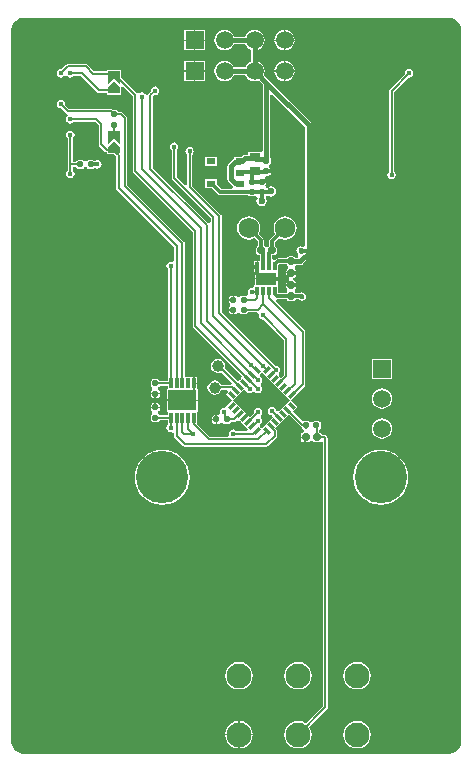
<source format=gtl>
G04*
G04 #@! TF.GenerationSoftware,Altium Limited,Altium Designer,20.0.9 (164)*
G04*
G04 Layer_Physical_Order=1*
G04 Layer_Color=255*
%FSLAX25Y25*%
%MOIN*%
G70*
G01*
G75*
%ADD11C,0.00787*%
G04:AMPARAMS|DCode=13|XSize=23.62mil|YSize=11.81mil|CornerRadius=0mil|HoleSize=0mil|Usage=FLASHONLY|Rotation=135.000|XOffset=0mil|YOffset=0mil|HoleType=Round|Shape=Rectangle|*
%AMROTATEDRECTD13*
4,1,4,0.01253,-0.00418,0.00418,-0.01253,-0.01253,0.00418,-0.00418,0.01253,0.01253,-0.00418,0.0*
%
%ADD13ROTATEDRECTD13*%

G04:AMPARAMS|DCode=14|XSize=23.62mil|YSize=11.81mil|CornerRadius=0mil|HoleSize=0mil|Usage=FLASHONLY|Rotation=45.000|XOffset=0mil|YOffset=0mil|HoleType=Round|Shape=Rectangle|*
%AMROTATEDRECTD14*
4,1,4,-0.00418,-0.01253,-0.01253,-0.00418,0.00418,0.01253,0.01253,0.00418,-0.00418,-0.01253,0.0*
%
%ADD14ROTATEDRECTD14*%

G04:AMPARAMS|DCode=15|XSize=25.2mil|YSize=23.62mil|CornerRadius=5.91mil|HoleSize=0mil|Usage=FLASHONLY|Rotation=0.000|XOffset=0mil|YOffset=0mil|HoleType=Round|Shape=RoundedRectangle|*
%AMROUNDEDRECTD15*
21,1,0.02520,0.01181,0,0,0.0*
21,1,0.01339,0.02362,0,0,0.0*
1,1,0.01181,0.00669,-0.00591*
1,1,0.01181,-0.00669,-0.00591*
1,1,0.01181,-0.00669,0.00591*
1,1,0.01181,0.00669,0.00591*
%
%ADD15ROUNDEDRECTD15*%
%ADD16R,0.03000X0.01500*%
G04:AMPARAMS|DCode=17|XSize=20.47mil|YSize=22.05mil|CornerRadius=5.12mil|HoleSize=0mil|Usage=FLASHONLY|Rotation=270.000|XOffset=0mil|YOffset=0mil|HoleType=Round|Shape=RoundedRectangle|*
%AMROUNDEDRECTD17*
21,1,0.02047,0.01181,0,0,270.0*
21,1,0.01024,0.02205,0,0,270.0*
1,1,0.01024,-0.00591,-0.00512*
1,1,0.01024,-0.00591,0.00512*
1,1,0.01024,0.00591,0.00512*
1,1,0.01024,0.00591,-0.00512*
%
%ADD17ROUNDEDRECTD17*%
%ADD18R,0.03150X0.02165*%
%ADD19R,0.03543X0.02835*%
G04:AMPARAMS|DCode=20|XSize=25.2mil|YSize=23.62mil|CornerRadius=5.91mil|HoleSize=0mil|Usage=FLASHONLY|Rotation=270.000|XOffset=0mil|YOffset=0mil|HoleType=Round|Shape=RoundedRectangle|*
%AMROUNDEDRECTD20*
21,1,0.02520,0.01181,0,0,270.0*
21,1,0.01339,0.02362,0,0,270.0*
1,1,0.01181,-0.00591,-0.00669*
1,1,0.01181,-0.00591,0.00669*
1,1,0.01181,0.00591,0.00669*
1,1,0.01181,0.00591,-0.00669*
%
%ADD20ROUNDEDRECTD20*%
%ADD21R,0.06693X0.03937*%
%ADD22R,0.01181X0.02756*%
G04:AMPARAMS|DCode=23|XSize=20.47mil|YSize=22.05mil|CornerRadius=5.12mil|HoleSize=0mil|Usage=FLASHONLY|Rotation=180.000|XOffset=0mil|YOffset=0mil|HoleType=Round|Shape=RoundedRectangle|*
%AMROUNDEDRECTD23*
21,1,0.02047,0.01181,0,0,180.0*
21,1,0.01024,0.02205,0,0,180.0*
1,1,0.01024,-0.00512,0.00591*
1,1,0.01024,0.00512,0.00591*
1,1,0.01024,0.00512,-0.00591*
1,1,0.01024,-0.00512,-0.00591*
%
%ADD23ROUNDEDRECTD23*%
%ADD24C,0.03937*%
%ADD25R,0.09449X0.06693*%
%ADD26R,0.01181X0.03347*%
%ADD49C,0.01181*%
%ADD50C,0.01575*%
%ADD51C,0.05906*%
%ADD52R,0.05906X0.05906*%
%ADD53R,0.05906X0.05906*%
%ADD54C,0.17421*%
%ADD55C,0.08268*%
%ADD56C,0.06890*%
%ADD57C,0.01772*%
%ADD58C,0.02362*%
%ADD59C,0.02756*%
G36*
X147799Y245886D02*
X148563Y245570D01*
X149250Y245111D01*
X149835Y244526D01*
X150294Y243839D01*
X150611Y243075D01*
X150772Y242264D01*
Y241850D01*
Y5000D01*
Y4587D01*
X150611Y3776D01*
X150294Y3012D01*
X149835Y2324D01*
X149250Y1740D01*
X148563Y1280D01*
X147799Y964D01*
X146988Y803D01*
X4587D01*
X3776Y964D01*
X3012Y1280D01*
X2324Y1740D01*
X1740Y2324D01*
X1280Y3012D01*
X964Y3776D01*
X803Y4587D01*
Y5000D01*
Y241850D01*
Y242264D01*
X964Y243075D01*
X1280Y243839D01*
X1740Y244526D01*
X2324Y245111D01*
X3012Y245570D01*
X3776Y245886D01*
X4587Y246048D01*
X146988D01*
X147799Y245886D01*
D02*
G37*
%LPC*%
G36*
X81890Y241964D02*
X81015Y241849D01*
X80199Y241511D01*
X79498Y240974D01*
X78961Y240273D01*
X78762Y239793D01*
X75017D01*
X74818Y240273D01*
X74281Y240974D01*
X73581Y241511D01*
X72765Y241849D01*
X71890Y241964D01*
X71014Y241849D01*
X70199Y241511D01*
X69498Y240974D01*
X68961Y240273D01*
X68623Y239458D01*
X68508Y238583D01*
X68623Y237707D01*
X68961Y236892D01*
X69498Y236192D01*
X70199Y235654D01*
X71014Y235316D01*
X71890Y235201D01*
X72765Y235316D01*
X73581Y235654D01*
X74281Y236192D01*
X74818Y236892D01*
X75017Y237372D01*
X78762D01*
X78961Y236892D01*
X79498Y236192D01*
X80199Y235654D01*
X80679Y235455D01*
Y231474D01*
X80199Y231275D01*
X79498Y230738D01*
X78961Y230037D01*
X78762Y229557D01*
X75017D01*
X74818Y230037D01*
X74281Y230738D01*
X73581Y231275D01*
X72765Y231613D01*
X71890Y231728D01*
X71014Y231613D01*
X70199Y231275D01*
X69498Y230738D01*
X68961Y230037D01*
X68623Y229222D01*
X68508Y228346D01*
X68623Y227471D01*
X68961Y226656D01*
X69498Y225955D01*
X70199Y225418D01*
X71014Y225080D01*
X71890Y224965D01*
X72765Y225080D01*
X73581Y225418D01*
X74281Y225955D01*
X74818Y226656D01*
X75017Y227136D01*
X78762D01*
X78961Y226656D01*
X79498Y225955D01*
X80199Y225418D01*
X81015Y225080D01*
X81890Y224965D01*
X82765Y225080D01*
X83245Y225279D01*
X84616Y223908D01*
Y201981D01*
X84061Y201424D01*
X79718D01*
Y200451D01*
X78670D01*
X78670Y200451D01*
X78207Y200359D01*
X77814Y200097D01*
X77814Y200097D01*
X77428Y199711D01*
X75191D01*
Y199105D01*
X74921Y199051D01*
X74528Y198789D01*
X74528Y198789D01*
X73160Y197421D01*
X72897Y197028D01*
X72805Y196565D01*
X72805Y196565D01*
Y192359D01*
X72805Y192359D01*
X72897Y191896D01*
X73160Y191503D01*
X74476Y190187D01*
X74476Y190187D01*
X74804Y189968D01*
X74842Y189686D01*
X74372Y189041D01*
X70950D01*
X69298Y190694D01*
Y192231D01*
X65348D01*
Y189265D01*
X67869D01*
X69817Y187317D01*
X70145Y187098D01*
X70531Y187022D01*
X79748D01*
X79854Y186862D01*
X80156Y186661D01*
X80512Y186590D01*
X81693D01*
X82049Y186661D01*
X82168Y186740D01*
X82231Y186741D01*
X82896Y186056D01*
X82893Y186031D01*
X82668Y185695D01*
X82538Y185039D01*
X82668Y184383D01*
X83040Y183827D01*
X83596Y183456D01*
X84252Y183325D01*
X84908Y183456D01*
X85464Y183827D01*
X85835Y184383D01*
X85966Y185039D01*
X85835Y185695D01*
X85611Y186031D01*
X85579Y186272D01*
X86096Y186866D01*
X86354Y186867D01*
X86746Y186605D01*
X87402Y186475D01*
X88058Y186605D01*
X88614Y186977D01*
X88985Y187533D01*
X89116Y188189D01*
X88985Y188845D01*
X88614Y189401D01*
X88058Y189772D01*
X87402Y189903D01*
X86746Y189772D01*
X86234Y189430D01*
X86056Y189375D01*
X85727Y189532D01*
X85558Y190124D01*
X85515Y190349D01*
X85701Y190628D01*
X85772Y190984D01*
Y191296D01*
X84252D01*
Y191696D01*
X85772D01*
Y192008D01*
X85701Y192364D01*
X85500Y192665D01*
X85757Y193440D01*
X86417D01*
X86773Y193511D01*
X87075Y193713D01*
X87276Y194014D01*
X87347Y194370D01*
Y194682D01*
X85827D01*
Y195082D01*
X87347D01*
Y195394D01*
X87276Y195749D01*
X87075Y196051D01*
X86865Y196191D01*
X86815Y196614D01*
X86865Y197037D01*
X87075Y197177D01*
X87276Y197479D01*
X87347Y197835D01*
Y198858D01*
X87276Y199214D01*
X87075Y199516D01*
X87037Y199540D01*
Y220458D01*
X87765Y220759D01*
X98789Y209735D01*
Y170013D01*
X98754Y169980D01*
X98002Y169664D01*
X97785Y169809D01*
X97244Y169917D01*
X96703Y169809D01*
X96245Y169503D01*
X95939Y169045D01*
X95831Y168504D01*
X95939Y167963D01*
X96245Y167505D01*
X96373Y167419D01*
X96540Y166502D01*
X96247Y166141D01*
X95469Y166161D01*
X95399Y166265D01*
X95072Y166484D01*
X94685Y166561D01*
X93504D01*
X93117Y166484D01*
X92790Y166265D01*
X92571Y165938D01*
X92562Y165892D01*
X89685D01*
X89298Y165815D01*
X88971Y165596D01*
X88608Y165234D01*
X87821Y165560D01*
Y166903D01*
X88386D01*
X88772Y166980D01*
X89100Y167199D01*
X89319Y167527D01*
X89396Y167913D01*
Y169095D01*
X89319Y169481D01*
X89100Y169809D01*
X88772Y170028D01*
X88727Y170037D01*
Y171157D01*
X90193Y172623D01*
X91122Y172238D01*
X92126Y172106D01*
X93130Y172238D01*
X94065Y172626D01*
X94868Y173242D01*
X95485Y174045D01*
X95872Y174980D01*
X96004Y175984D01*
X95872Y176988D01*
X95485Y177923D01*
X94868Y178726D01*
X94065Y179343D01*
X93130Y179730D01*
X92126Y179862D01*
X91122Y179730D01*
X90187Y179343D01*
X89384Y178726D01*
X88767Y177923D01*
X88380Y176988D01*
X88248Y175984D01*
X88380Y174980D01*
X88765Y174051D01*
X87002Y172289D01*
X86783Y171961D01*
X86707Y171575D01*
Y170037D01*
X86661Y170028D01*
X86333Y169809D01*
X86330Y169804D01*
X85526Y169724D01*
X84947Y170235D01*
Y171968D01*
X84870Y172355D01*
X84651Y172683D01*
X83282Y174051D01*
X83667Y174980D01*
X83799Y175984D01*
X83667Y176988D01*
X83280Y177923D01*
X82664Y178726D01*
X81860Y179343D01*
X80925Y179730D01*
X79921Y179862D01*
X78917Y179730D01*
X77982Y179343D01*
X77179Y178726D01*
X76563Y177923D01*
X76175Y176988D01*
X76043Y175984D01*
X76175Y174980D01*
X76563Y174045D01*
X77179Y173242D01*
X77982Y172626D01*
X78917Y172238D01*
X79921Y172106D01*
X80925Y172238D01*
X81854Y172623D01*
X82927Y171550D01*
Y170037D01*
X82881Y170028D01*
X82554Y169809D01*
X82335Y169481D01*
X82258Y169095D01*
Y167913D01*
X82335Y167527D01*
X82554Y167199D01*
X82881Y166980D01*
X83268Y166903D01*
X83833D01*
Y164967D01*
X83074D01*
Y163189D01*
X82874D01*
Y162989D01*
X81884D01*
Y161411D01*
X82080D01*
Y159255D01*
X89573D01*
Y161411D01*
X89770D01*
Y163091D01*
X89789Y163189D01*
Y163558D01*
X90103Y163872D01*
X92562D01*
X92571Y163826D01*
X92790Y163498D01*
X92893Y163430D01*
X92925Y163326D01*
Y162658D01*
X92893Y162555D01*
X92790Y162486D01*
X92571Y162158D01*
X92494Y161772D01*
Y161302D01*
X94095D01*
X95695D01*
Y161772D01*
X95618Y162158D01*
X95399Y162486D01*
X95514Y163253D01*
X95908Y163671D01*
X97165D01*
X97165Y163671D01*
X97629Y163763D01*
X98021Y164026D01*
X100856Y166860D01*
X101119Y167253D01*
X101211Y167717D01*
X101211Y167717D01*
Y168466D01*
Y210236D01*
X101119Y210700D01*
X100856Y211092D01*
X100856Y211092D01*
X86683Y225266D01*
X84957Y226991D01*
X85156Y227471D01*
X85271Y228346D01*
X85156Y229222D01*
X84818Y230037D01*
X84281Y230738D01*
X83581Y231275D01*
X83100Y231474D01*
Y235455D01*
X83581Y235654D01*
X84281Y236192D01*
X84818Y236892D01*
X85156Y237707D01*
X85271Y238583D01*
X85156Y239458D01*
X84818Y240273D01*
X84281Y240974D01*
X83581Y241511D01*
X82765Y241849D01*
X81890Y241964D01*
D02*
G37*
G36*
X92090Y241938D02*
Y238783D01*
X95245D01*
X95156Y239458D01*
X94818Y240273D01*
X94281Y240974D01*
X93581Y241511D01*
X92765Y241849D01*
X92090Y241938D01*
D02*
G37*
G36*
X91690D02*
X91014Y241849D01*
X90199Y241511D01*
X89499Y240974D01*
X88961Y240273D01*
X88623Y239458D01*
X88534Y238783D01*
X91690D01*
Y241938D01*
D02*
G37*
G36*
X65242Y241935D02*
X62090D01*
Y238783D01*
X65242D01*
Y241935D01*
D02*
G37*
G36*
X61690D02*
X58537D01*
Y238783D01*
X61690D01*
Y241935D01*
D02*
G37*
G36*
X65242Y238383D02*
X62090D01*
Y235230D01*
X65242D01*
Y238383D01*
D02*
G37*
G36*
X61690D02*
X58537D01*
Y235230D01*
X61690D01*
Y238383D01*
D02*
G37*
G36*
X95245D02*
X92090D01*
Y235227D01*
X92765Y235316D01*
X93581Y235654D01*
X94281Y236192D01*
X94818Y236892D01*
X95156Y237707D01*
X95245Y238383D01*
D02*
G37*
G36*
X91690D02*
X88534D01*
X88623Y237707D01*
X88961Y236892D01*
X89499Y236192D01*
X90199Y235654D01*
X91014Y235316D01*
X91690Y235227D01*
Y238383D01*
D02*
G37*
G36*
X25591Y230731D02*
X25591Y230731D01*
X19685D01*
X19685Y230731D01*
X19375Y230669D01*
X19113Y230493D01*
X19113Y230493D01*
X17547Y228927D01*
X17323Y228972D01*
X16782Y228865D01*
X16324Y228558D01*
X16017Y228100D01*
X15910Y227559D01*
X16017Y227018D01*
X16324Y226560D01*
X16782Y226254D01*
X17323Y226146D01*
X17864Y226254D01*
X18322Y226560D01*
X18460Y226767D01*
X18509Y226784D01*
X19286D01*
X19335Y226767D01*
X19473Y226560D01*
X19932Y226254D01*
X20472Y226146D01*
X21013Y226254D01*
X21472Y226560D01*
X21598Y226750D01*
X24074D01*
X29518Y221306D01*
X29518Y221306D01*
X29781Y221130D01*
X30091Y221069D01*
X32638D01*
Y220878D01*
X32765Y220572D01*
X33071Y220445D01*
X36896Y220445D01*
X37071Y220445D01*
X37071Y220445D01*
X37377Y220572D01*
X37504Y220878D01*
X37504Y220878D01*
X37504Y221053D01*
Y222837D01*
X37618Y222940D01*
X38201Y223253D01*
X41399Y220055D01*
Y194939D01*
X41399Y194938D01*
X41460Y194629D01*
X41636Y194366D01*
X61396Y174607D01*
Y143307D01*
X61396Y143307D01*
X61457Y142997D01*
X61633Y142735D01*
X77584Y126783D01*
X77537Y125717D01*
X77025Y125205D01*
X75961Y125156D01*
X71944Y129173D01*
X72125Y130085D01*
X71941Y131009D01*
X71418Y131793D01*
X70635Y132316D01*
X69710Y132500D01*
X68786Y132316D01*
X68003Y131793D01*
X67479Y131009D01*
X67295Y130085D01*
X67479Y129161D01*
X68003Y128377D01*
X68786Y127854D01*
X69710Y127670D01*
X70635Y127854D01*
X70838Y127990D01*
X74367Y124461D01*
X74010Y123704D01*
X70845D01*
X70331Y124472D01*
X69548Y124995D01*
X68624Y125179D01*
X67699Y124995D01*
X66916Y124472D01*
X66393Y123688D01*
X66209Y122764D01*
X66393Y121840D01*
X66916Y121057D01*
X67699Y120533D01*
X68624Y120349D01*
X69548Y120533D01*
X70331Y121057D01*
X70855Y121840D01*
X70903Y122085D01*
X72791D01*
X73118Y121298D01*
X72412Y120592D01*
X74499Y118504D01*
X72412Y116416D01*
X72412D01*
X71818Y115947D01*
X71653Y115980D01*
X71113Y115872D01*
X70654Y115566D01*
X70348Y115108D01*
X70241Y114567D01*
X70286Y114339D01*
X70286Y114339D01*
X69692Y113732D01*
X69667Y113721D01*
X69646Y113725D01*
X69334D01*
Y112205D01*
X69134D01*
D01*
X69334D01*
Y110685D01*
X69646D01*
X70001Y110755D01*
X70303Y110957D01*
X70443Y111167D01*
X70866Y111216D01*
X71289Y111167D01*
X71429Y110957D01*
X71731Y110755D01*
X72087Y110685D01*
X73110D01*
X73466Y110755D01*
X73768Y110957D01*
X73969Y111258D01*
X73996Y111396D01*
X75169D01*
X75169Y111396D01*
X75479Y111457D01*
X75741Y111633D01*
X75961Y111852D01*
X75967Y111856D01*
X77025Y111803D01*
X77146Y111681D01*
X78264Y112799D01*
X79382Y113917D01*
X77431Y115868D01*
X74796Y118504D01*
X78204Y121913D01*
X78454Y121909D01*
X79128Y121723D01*
X79316Y121442D01*
X79774Y121135D01*
X80315Y121028D01*
X80856Y121135D01*
X81314Y121442D01*
X82072D01*
X82530Y121135D01*
X83071Y121028D01*
X83612Y121135D01*
X84070Y121442D01*
X84376Y121900D01*
X84484Y122441D01*
X84376Y122982D01*
X84070Y123440D01*
Y124198D01*
X84376Y124656D01*
X84484Y125197D01*
X84376Y125738D01*
X84070Y126196D01*
X83789Y126384D01*
X83603Y127058D01*
X83599Y127307D01*
X84252Y127960D01*
X85496Y126716D01*
X88280Y123933D01*
X91064Y121149D01*
X93708Y118504D01*
X90109Y114905D01*
X89195Y114854D01*
X89075Y114950D01*
X88968Y115491D01*
X88661Y115949D01*
X88203Y116255D01*
X87662Y116363D01*
X87122Y116255D01*
X86663Y115949D01*
X86357Y115491D01*
X86249Y114950D01*
X86357Y114409D01*
X86663Y113951D01*
X87122Y113645D01*
X87634Y113543D01*
X87718Y113418D01*
X87910Y113010D01*
X87851Y112647D01*
X84252Y109048D01*
X83599Y109700D01*
X83603Y109950D01*
X83789Y110624D01*
X84070Y110812D01*
X84376Y111270D01*
X84484Y111811D01*
X84376Y112352D01*
X84070Y112810D01*
Y113568D01*
X84376Y114026D01*
X84484Y114567D01*
X84376Y115108D01*
X84070Y115566D01*
X83612Y115872D01*
X83071Y115980D01*
X82530Y115872D01*
X82072Y115566D01*
X81765Y115108D01*
X81658Y114567D01*
X81705Y114331D01*
X80336Y112963D01*
X79665Y113634D01*
X78547Y112516D01*
X77429Y111398D01*
X79811Y109017D01*
X79509Y108290D01*
X75929D01*
X75802Y108479D01*
X75344Y108786D01*
X74803Y108893D01*
X74262Y108786D01*
X73804Y108479D01*
X73498Y108021D01*
X73390Y107480D01*
X73464Y107108D01*
X73159Y106547D01*
X72964Y106321D01*
X67205D01*
X62802Y110724D01*
Y114758D01*
X62998D01*
Y118304D01*
X57874D01*
X52750D01*
Y114758D01*
X52947D01*
Y113644D01*
X50280D01*
X50268Y113702D01*
X50067Y114004D01*
X49857Y114144D01*
X49808Y114567D01*
X49857Y114990D01*
X50067Y115130D01*
X50268Y115432D01*
X50339Y115787D01*
Y116099D01*
X48819D01*
X47299D01*
Y115787D01*
X47369Y115432D01*
X47571Y115130D01*
X47781Y114990D01*
X47830Y114567D01*
X47781Y114144D01*
X47571Y114004D01*
X47369Y113702D01*
X47299Y113347D01*
Y112323D01*
X47369Y111967D01*
X47571Y111665D01*
X47873Y111464D01*
X48228Y111393D01*
X49409D01*
X49765Y111464D01*
X50067Y111665D01*
X50268Y111967D01*
X50280Y112025D01*
X52947D01*
Y110722D01*
X52946Y110722D01*
X52671Y110049D01*
X52632Y109990D01*
X52524Y109449D01*
X52632Y108908D01*
X52938Y108450D01*
X53396Y108143D01*
X53937Y108036D01*
X54309Y108110D01*
X54870Y107805D01*
X55096Y107610D01*
Y106693D01*
X55096Y106693D01*
X55158Y106383D01*
X55333Y106121D01*
X58089Y103365D01*
X58089Y103365D01*
X58352Y103189D01*
X58661Y103128D01*
X58662Y103128D01*
X85827D01*
X85827Y103128D01*
X86137Y103189D01*
X86399Y103365D01*
X89223Y106188D01*
X89398Y106451D01*
X89460Y106761D01*
Y108259D01*
X89398Y108569D01*
X89223Y108832D01*
X88865Y109189D01*
X90516Y110839D01*
X93428Y113751D01*
X97273Y109906D01*
X97273Y109906D01*
X97536Y109731D01*
X97614Y109715D01*
Y109646D01*
X97684Y109290D01*
X97886Y108988D01*
X98188Y108787D01*
X98543Y108716D01*
X98543Y108716D01*
X98551Y108687D01*
X98434Y108402D01*
X97953Y107845D01*
X97842Y107823D01*
X97514Y107604D01*
X97295Y107276D01*
X97218Y106890D01*
Y106499D01*
X98898D01*
Y106299D01*
X99098D01*
Y104699D01*
X99567D01*
X99953Y104776D01*
X100281Y104994D01*
X100350Y105098D01*
X100453Y105130D01*
X101121D01*
X101225Y105098D01*
X101294Y104994D01*
X101621Y104776D01*
X102008Y104699D01*
X103347D01*
X103733Y104776D01*
X103915Y104897D01*
X104443Y104729D01*
X104703Y104549D01*
Y16516D01*
X99003Y10817D01*
X98704Y11047D01*
X97601Y11504D01*
X96417Y11660D01*
X95234Y11504D01*
X94131Y11047D01*
X93184Y10320D01*
X92457Y9373D01*
X92000Y8270D01*
X91844Y7087D01*
X92000Y5903D01*
X92457Y4800D01*
X93184Y3853D01*
X94131Y3126D01*
X95234Y2669D01*
X96417Y2514D01*
X97601Y2669D01*
X98704Y3126D01*
X99651Y3853D01*
X100378Y4800D01*
X100835Y5903D01*
X100990Y7087D01*
X100835Y8270D01*
X100378Y9373D01*
X100148Y9673D01*
X106084Y15609D01*
X106084Y15609D01*
X106260Y15871D01*
X106321Y16181D01*
X106321Y16181D01*
Y105838D01*
X106321Y105838D01*
X106260Y106148D01*
X106084Y106410D01*
X106084Y106410D01*
X105623Y106871D01*
X105360Y107047D01*
X105051Y107108D01*
X104311Y107119D01*
X104279Y107276D01*
X104061Y107604D01*
X103733Y107823D01*
X103408Y107887D01*
Y108800D01*
X103689Y108988D01*
X103890Y109290D01*
X103961Y109646D01*
Y110827D01*
X103890Y111182D01*
X103689Y111484D01*
X103387Y111686D01*
X103032Y111756D01*
X102008D01*
X101652Y111686D01*
X101350Y111484D01*
X101210Y111275D01*
X100787Y111225D01*
X100364Y111275D01*
X100224Y111484D01*
X99923Y111686D01*
X99567Y111756D01*
X98543D01*
X98188Y111686D01*
X97945Y111523D01*
X94572Y114896D01*
X96092Y116416D01*
X94004Y118504D01*
X96092Y120592D01*
X95943Y120741D01*
X98604Y123401D01*
X98779Y123664D01*
X98841Y123974D01*
X98841Y123974D01*
Y141339D01*
X98779Y141648D01*
X98604Y141911D01*
X89007Y151508D01*
X89394Y152234D01*
X89471Y152218D01*
X90472D01*
X90472Y152218D01*
X92562D01*
X92571Y152173D01*
X92790Y151845D01*
X93117Y151626D01*
X93504Y151549D01*
X94685D01*
X95072Y151626D01*
X95399Y151845D01*
X95618Y152173D01*
X95619Y152179D01*
X96620D01*
X96639Y152150D01*
X97097Y151844D01*
X97638Y151737D01*
X98178Y151844D01*
X98637Y152150D01*
X98943Y152609D01*
X99051Y153150D01*
X98943Y153690D01*
X98637Y154149D01*
X98178Y154455D01*
X97638Y154563D01*
X97097Y154455D01*
X96714Y154199D01*
X95635D01*
X95618Y154284D01*
X95399Y154612D01*
X95296Y154681D01*
X95264Y154784D01*
Y155452D01*
X95296Y155556D01*
X95399Y155624D01*
X95618Y155952D01*
X95695Y156339D01*
Y156808D01*
X94095D01*
X92494D01*
Y156339D01*
X92571Y155952D01*
X92790Y155624D01*
X92794Y155621D01*
X92874Y154818D01*
X92364Y154238D01*
X90473D01*
X90472Y154238D01*
X89890D01*
X89789Y154339D01*
Y154921D01*
X89770Y155019D01*
Y156699D01*
X89573D01*
Y158855D01*
X82080D01*
Y157405D01*
X81884Y156699D01*
X81102Y156137D01*
X80562Y156030D01*
X80103Y155724D01*
X79797Y155265D01*
X79689Y154724D01*
X79797Y154184D01*
X79833Y154130D01*
X79839Y154059D01*
X79465Y153277D01*
X79431Y153273D01*
X79214Y153418D01*
X78858Y153489D01*
X77835D01*
X77479Y153418D01*
X77177Y153216D01*
X77037Y153007D01*
X76614Y152957D01*
X76191Y153007D01*
X76051Y153216D01*
X75749Y153418D01*
X75394Y153489D01*
X75082D01*
Y151969D01*
X74882D01*
Y151769D01*
X73440D01*
Y151378D01*
X73511Y151022D01*
X73577Y150923D01*
X73713Y150720D01*
Y150067D01*
X73577Y149864D01*
X73511Y149765D01*
X73440Y149409D01*
Y149019D01*
X74882D01*
Y148819D01*
X75082D01*
Y147299D01*
X75394D01*
X75749Y147370D01*
X76051Y147571D01*
X76191Y147781D01*
X76614Y147830D01*
X77037Y147781D01*
X77177Y147571D01*
X77479Y147370D01*
X77835Y147299D01*
X78858D01*
X79214Y147370D01*
X79516Y147571D01*
X79717Y147873D01*
X79744Y148010D01*
X82807D01*
X83113Y147655D01*
X83253Y147442D01*
X83313Y147255D01*
X83233Y146850D01*
X83340Y146310D01*
X83647Y145851D01*
X84105Y145545D01*
X84646Y145437D01*
X84870Y145482D01*
X91710Y138641D01*
Y127107D01*
X90644Y126040D01*
X89912Y126772D01*
X89976Y127741D01*
X90282Y128199D01*
X90389Y128740D01*
X90282Y129281D01*
X89976Y129739D01*
X89517Y130046D01*
X88976Y130153D01*
X88752Y130109D01*
X70949Y147912D01*
Y179885D01*
X70949Y179885D01*
X70888Y180195D01*
X70712Y180457D01*
X61045Y190124D01*
Y200449D01*
X61235Y200576D01*
X61542Y201034D01*
X61649Y201575D01*
X61542Y202116D01*
X61235Y202574D01*
X60777Y202880D01*
X60236Y202988D01*
X59696Y202880D01*
X59237Y202574D01*
X58931Y202116D01*
X58823Y201575D01*
X58931Y201034D01*
X59237Y200576D01*
X59427Y200449D01*
Y190469D01*
X58640Y190143D01*
X55927Y192855D01*
Y202024D01*
X56117Y202151D01*
X56423Y202609D01*
X56531Y203150D01*
X56423Y203690D01*
X56117Y204149D01*
X55659Y204455D01*
X55118Y204563D01*
X54577Y204455D01*
X54119Y204149D01*
X53813Y203690D01*
X53705Y203150D01*
X53813Y202609D01*
X54119Y202151D01*
X54309Y202024D01*
Y192520D01*
X54309Y192520D01*
X54370Y192210D01*
X54546Y191947D01*
X67226Y179267D01*
Y177927D01*
X66846Y177712D01*
X66439Y177638D01*
X47972Y196105D01*
Y219854D01*
X48554Y220436D01*
X48778Y220392D01*
X49319Y220499D01*
X49777Y220806D01*
X50083Y221264D01*
X50191Y221805D01*
X50083Y222345D01*
X49777Y222804D01*
X49319Y223110D01*
X48778Y223218D01*
X48237Y223110D01*
X47779Y222804D01*
X47473Y222345D01*
X47365Y221805D01*
X47410Y221581D01*
X46590Y220761D01*
X46454Y220558D01*
X46235Y220496D01*
X46034Y220475D01*
X45614Y220507D01*
X45411Y220809D01*
X44953Y221116D01*
X44412Y221223D01*
X43872Y221116D01*
X43651Y220969D01*
X43640Y220964D01*
X42997Y220963D01*
X42653Y221090D01*
X37504Y226239D01*
X37504Y228378D01*
X37504Y228378D01*
X37377Y228684D01*
X37071Y228811D01*
X37071Y228811D01*
X36896Y228811D01*
X33071Y228811D01*
X32765Y228684D01*
X32638Y228378D01*
Y228187D01*
X28469D01*
X26163Y230493D01*
X25900Y230669D01*
X25591Y230731D01*
D02*
G37*
G36*
X92090Y231702D02*
Y228547D01*
X95245D01*
X95156Y229222D01*
X94818Y230037D01*
X94281Y230738D01*
X93581Y231275D01*
X92765Y231613D01*
X92090Y231702D01*
D02*
G37*
G36*
X91690D02*
X91014Y231613D01*
X90199Y231275D01*
X89499Y230738D01*
X88961Y230037D01*
X88623Y229222D01*
X88534Y228547D01*
X91690D01*
Y231702D01*
D02*
G37*
G36*
X65242Y231699D02*
X62090D01*
Y228547D01*
X65242D01*
Y231699D01*
D02*
G37*
G36*
X61690D02*
X58537D01*
Y228547D01*
X61690D01*
Y231699D01*
D02*
G37*
G36*
X133465Y228972D02*
X132924Y228865D01*
X132465Y228558D01*
X132159Y228100D01*
X132052Y227559D01*
X132096Y227335D01*
X126987Y222226D01*
X126811Y221963D01*
X126750Y221654D01*
X126750Y221654D01*
Y194827D01*
X126560Y194700D01*
X126254Y194241D01*
X126146Y193701D01*
X126254Y193160D01*
X126560Y192702D01*
X127018Y192395D01*
X127559Y192288D01*
X128100Y192395D01*
X128558Y192702D01*
X128865Y193160D01*
X128972Y193701D01*
X128865Y194241D01*
X128558Y194700D01*
X128368Y194827D01*
Y221318D01*
X133241Y226191D01*
X133465Y226146D01*
X134005Y226254D01*
X134464Y226560D01*
X134770Y227018D01*
X134878Y227559D01*
X134770Y228100D01*
X134464Y228558D01*
X134005Y228865D01*
X133465Y228972D01*
D02*
G37*
G36*
X65242Y228147D02*
X62090D01*
Y224994D01*
X65242D01*
Y228147D01*
D02*
G37*
G36*
X61690D02*
X58537D01*
Y224994D01*
X61690D01*
Y228147D01*
D02*
G37*
G36*
X95245D02*
X92090D01*
Y224991D01*
X92765Y225080D01*
X93581Y225418D01*
X94281Y225955D01*
X94818Y226656D01*
X95156Y227471D01*
X95245Y228147D01*
D02*
G37*
G36*
X91690D02*
X88534D01*
X88623Y227471D01*
X88961Y226656D01*
X89499Y225955D01*
X90199Y225418D01*
X91014Y225080D01*
X91690Y224991D01*
Y228147D01*
D02*
G37*
G36*
X69298Y199711D02*
X65348D01*
Y196746D01*
X69298D01*
Y199711D01*
D02*
G37*
G36*
X20472Y208500D02*
X19932Y208392D01*
X19473Y208086D01*
X19167Y207627D01*
X19060Y207087D01*
X19167Y206546D01*
X19473Y206087D01*
X19672Y205955D01*
Y197244D01*
Y195254D01*
X19490Y195133D01*
X19184Y194675D01*
X19077Y194134D01*
X19184Y193593D01*
X19490Y193135D01*
X19949Y192828D01*
X20490Y192721D01*
X21030Y192828D01*
X21489Y193135D01*
X21795Y193593D01*
X21903Y194134D01*
X21795Y194675D01*
X21489Y195133D01*
X21290Y195265D01*
Y196435D01*
X22379D01*
X22406Y196298D01*
X22607Y195996D01*
X22909Y195795D01*
X23265Y195724D01*
X24288D01*
X24644Y195795D01*
X24946Y195996D01*
X25086Y196206D01*
X25509Y196255D01*
X25932Y196206D01*
X26072Y195996D01*
X26374Y195795D01*
X26729Y195724D01*
X27753D01*
X28109Y195795D01*
X28410Y195996D01*
X28788Y196071D01*
X28987Y195939D01*
X29528Y195831D01*
X30068Y195939D01*
X30527Y196245D01*
X30833Y196703D01*
X30940Y197244D01*
X30833Y197785D01*
X30527Y198243D01*
X30068Y198549D01*
X29528Y198657D01*
X28987Y198549D01*
X28788Y198417D01*
X28410Y198492D01*
X28109Y198694D01*
X27753Y198764D01*
X26729D01*
X26374Y198694D01*
X26072Y198492D01*
X25932Y198282D01*
X25509Y198233D01*
X25086Y198282D01*
X24946Y198492D01*
X24644Y198694D01*
X24288Y198764D01*
X23265D01*
X22909Y198694D01*
X22607Y198492D01*
X22406Y198190D01*
X22379Y198053D01*
X21290D01*
Y205966D01*
X21472Y206087D01*
X21778Y206546D01*
X21885Y207087D01*
X21778Y207627D01*
X21472Y208086D01*
X21013Y208392D01*
X20472Y208500D01*
D02*
G37*
G36*
X17323Y218736D02*
X16782Y218628D01*
X16324Y218322D01*
X16017Y217863D01*
X15910Y217323D01*
X16017Y216782D01*
X16324Y216324D01*
X16782Y216017D01*
X17323Y215910D01*
X17547Y215954D01*
X19179Y214322D01*
X19179Y214322D01*
X19442Y214146D01*
X19461Y214143D01*
X19652Y213323D01*
X19473Y213204D01*
X19167Y212745D01*
X19060Y212205D01*
X19167Y211664D01*
X19473Y211206D01*
X19932Y210899D01*
X20472Y210792D01*
X21013Y210899D01*
X21472Y211206D01*
X21598Y211396D01*
X28741D01*
X29899Y210237D01*
Y203937D01*
X29899Y203937D01*
X29961Y203627D01*
X30136Y203365D01*
X32093Y201408D01*
X32093Y201408D01*
X32356Y201233D01*
X32606Y201183D01*
X32606Y200980D01*
X32606Y200980D01*
X32733Y200674D01*
X33039Y200547D01*
X33039Y200547D01*
X33214Y200547D01*
X35215Y200547D01*
X35805Y199958D01*
Y189370D01*
X35805Y189370D01*
X35866Y189060D01*
X36042Y188798D01*
X55096Y169744D01*
Y165225D01*
X54870Y165030D01*
X54309Y164725D01*
X53937Y164799D01*
X53396Y164691D01*
X52938Y164385D01*
X52632Y163926D01*
X52524Y163386D01*
X52632Y162845D01*
X52938Y162387D01*
X53128Y162260D01*
Y126286D01*
X52947D01*
Y124983D01*
X50280Y124983D01*
X50268Y125041D01*
X50067Y125342D01*
X49765Y125544D01*
X49409Y125615D01*
X48228D01*
X47873Y125544D01*
X47571Y125342D01*
X47369Y125041D01*
X47299Y124685D01*
Y123661D01*
X47369Y123306D01*
X47571Y123004D01*
X47781Y122864D01*
X47830Y122441D01*
X47781Y122018D01*
X47571Y121878D01*
X47369Y121576D01*
X47299Y121221D01*
Y120909D01*
X48819D01*
X50339D01*
Y121221D01*
X50268Y121576D01*
X50067Y121878D01*
X49857Y122018D01*
X49808Y122441D01*
X49857Y122864D01*
X50067Y123004D01*
X50268Y123306D01*
X50280Y123364D01*
X52947Y123364D01*
Y122250D01*
X52750D01*
Y118704D01*
X57874D01*
X62998D01*
Y122250D01*
X62802D01*
Y124013D01*
X61811D01*
Y124213D01*
X61611D01*
Y126286D01*
X58864D01*
Y126286D01*
X58683D01*
Y170866D01*
X58683Y170866D01*
X58622Y171176D01*
X58446Y171438D01*
X39392Y190493D01*
Y212598D01*
X39330Y212908D01*
X39155Y213171D01*
X39155Y213171D01*
X37816Y214509D01*
X37554Y214685D01*
X37244Y214746D01*
X37244Y214746D01*
X36500D01*
X36489Y214805D01*
X36287Y215106D01*
X35986Y215308D01*
X35630Y215378D01*
X34600D01*
X34512Y215466D01*
X34249Y215642D01*
X33940Y215703D01*
X33940Y215703D01*
X20087D01*
X18691Y217099D01*
X18736Y217323D01*
X18628Y217863D01*
X18322Y218322D01*
X17864Y218628D01*
X17323Y218736D01*
D02*
G37*
G36*
X82674Y164967D02*
X81884D01*
Y163389D01*
X82674D01*
Y164967D01*
D02*
G37*
G36*
X95695Y160902D02*
X94095D01*
X92494D01*
Y160433D01*
X92571Y160047D01*
X92790Y159719D01*
X93117Y159500D01*
X93336Y159457D01*
Y158654D01*
X93117Y158610D01*
X92790Y158391D01*
X92571Y158064D01*
X92494Y157677D01*
Y157208D01*
X94095D01*
X95695D01*
Y157677D01*
X95618Y158064D01*
X95399Y158391D01*
X95072Y158610D01*
X94853Y158654D01*
Y159457D01*
X95072Y159500D01*
X95399Y159719D01*
X95618Y160047D01*
X95695Y160433D01*
Y160902D01*
D02*
G37*
G36*
X74682Y153489D02*
X74370D01*
X74014Y153418D01*
X73713Y153216D01*
X73511Y152915D01*
X73440Y152559D01*
Y152169D01*
X74682D01*
Y153489D01*
D02*
G37*
G36*
Y148619D02*
X73440D01*
Y148228D01*
X73511Y147873D01*
X73713Y147571D01*
X74014Y147370D01*
X74370Y147299D01*
X74682D01*
Y148619D01*
D02*
G37*
G36*
X127762Y132487D02*
X121057D01*
Y125781D01*
X127762D01*
Y132487D01*
D02*
G37*
G36*
X62802Y126286D02*
X62011D01*
Y124413D01*
X62802D01*
Y126286D01*
D02*
G37*
G36*
X50339Y120509D02*
X49019D01*
Y119267D01*
X49409D01*
X49765Y119338D01*
X50067Y119539D01*
X50268Y119841D01*
X50339Y120197D01*
Y120509D01*
D02*
G37*
G36*
X48619D02*
X47299D01*
Y120197D01*
X47369Y119841D01*
X47571Y119539D01*
X47873Y119338D01*
X48228Y119267D01*
X48619D01*
Y120509D01*
D02*
G37*
G36*
X49409Y117741D02*
X49019D01*
Y116499D01*
X50339D01*
Y116811D01*
X50268Y117167D01*
X50067Y117468D01*
X49765Y117670D01*
X49409Y117741D01*
D02*
G37*
G36*
X48619D02*
X48228D01*
X47873Y117670D01*
X47571Y117468D01*
X47369Y117167D01*
X47299Y116811D01*
Y116499D01*
X48619D01*
Y117741D01*
D02*
G37*
G36*
X124409Y122515D02*
X123534Y122400D01*
X122719Y122063D01*
X122018Y121525D01*
X121481Y120825D01*
X121143Y120009D01*
X121028Y119134D01*
X121143Y118259D01*
X121481Y117443D01*
X122018Y116743D01*
X122719Y116205D01*
X123534Y115867D01*
X124409Y115752D01*
X125285Y115867D01*
X126100Y116205D01*
X126801Y116743D01*
X127338Y117443D01*
X127676Y118259D01*
X127791Y119134D01*
X127676Y120009D01*
X127338Y120825D01*
X126801Y121525D01*
X126100Y122063D01*
X125285Y122400D01*
X124409Y122515D01*
D02*
G37*
G36*
X68934Y113725D02*
X68622D01*
X68266Y113654D01*
X67965Y113453D01*
X67763Y113151D01*
X67692Y112795D01*
Y112405D01*
X68934D01*
Y113725D01*
D02*
G37*
G36*
Y112005D02*
X67692D01*
Y111614D01*
X67763Y111258D01*
X67965Y110957D01*
X68266Y110755D01*
X68622Y110685D01*
X68934D01*
Y112005D01*
D02*
G37*
G36*
X124409Y112515D02*
X123534Y112400D01*
X122719Y112063D01*
X122018Y111525D01*
X121481Y110825D01*
X121143Y110009D01*
X121028Y109134D01*
X121143Y108259D01*
X121481Y107443D01*
X122018Y106743D01*
X122719Y106205D01*
X123534Y105867D01*
X124409Y105752D01*
X125285Y105867D01*
X126100Y106205D01*
X126801Y106743D01*
X127338Y107443D01*
X127676Y108259D01*
X127791Y109134D01*
X127676Y110009D01*
X127338Y110825D01*
X126801Y111525D01*
X126100Y112063D01*
X125285Y112400D01*
X124409Y112515D01*
D02*
G37*
G36*
X98698Y106099D02*
X97218D01*
Y105709D01*
X97295Y105322D01*
X97514Y104994D01*
X97842Y104776D01*
X98228Y104699D01*
X98698D01*
Y106099D01*
D02*
G37*
G36*
X123976Y102068D02*
X122190Y101892D01*
X120473Y101371D01*
X118890Y100525D01*
X117503Y99387D01*
X116365Y98000D01*
X115518Y96417D01*
X114998Y94699D01*
X114822Y92913D01*
X114998Y91127D01*
X115518Y89410D01*
X116365Y87827D01*
X117503Y86440D01*
X118890Y85302D01*
X120473Y84456D01*
X122190Y83935D01*
X123976Y83759D01*
X125762Y83935D01*
X127480Y84456D01*
X129062Y85302D01*
X130450Y86440D01*
X131588Y87827D01*
X132434Y89410D01*
X132955Y91127D01*
X133131Y92913D01*
X132955Y94699D01*
X132434Y96417D01*
X131588Y98000D01*
X130450Y99387D01*
X129062Y100525D01*
X127480Y101371D01*
X125762Y101892D01*
X123976Y102068D01*
D02*
G37*
G36*
X51142D02*
X49356Y101892D01*
X47638Y101371D01*
X46056Y100525D01*
X44668Y99387D01*
X43530Y98000D01*
X42684Y96417D01*
X42163Y94699D01*
X41987Y92913D01*
X42163Y91127D01*
X42684Y89410D01*
X43530Y87827D01*
X44668Y86440D01*
X46056Y85302D01*
X47638Y84456D01*
X49356Y83935D01*
X51142Y83759D01*
X52928Y83935D01*
X54645Y84456D01*
X56228Y85302D01*
X57615Y86440D01*
X58754Y87827D01*
X59600Y89410D01*
X60120Y91127D01*
X60296Y92913D01*
X60120Y94699D01*
X59600Y96417D01*
X58754Y98000D01*
X57615Y99387D01*
X56228Y100525D01*
X54645Y101371D01*
X52928Y101892D01*
X51142Y102068D01*
D02*
G37*
G36*
X116102Y31345D02*
X114919Y31189D01*
X113816Y30732D01*
X112869Y30005D01*
X112142Y29058D01*
X111685Y27955D01*
X111529Y26772D01*
X111685Y25588D01*
X112142Y24485D01*
X112869Y23538D01*
X113816Y22811D01*
X114919Y22354D01*
X116102Y22199D01*
X117286Y22354D01*
X118389Y22811D01*
X119336Y23538D01*
X120063Y24485D01*
X120519Y25588D01*
X120675Y26772D01*
X120519Y27955D01*
X120063Y29058D01*
X119336Y30005D01*
X118389Y30732D01*
X117286Y31189D01*
X116102Y31345D01*
D02*
G37*
G36*
X96417D02*
X95234Y31189D01*
X94131Y30732D01*
X93184Y30005D01*
X92457Y29058D01*
X92000Y27955D01*
X91844Y26772D01*
X92000Y25588D01*
X92457Y24485D01*
X93184Y23538D01*
X94131Y22811D01*
X95234Y22354D01*
X96417Y22199D01*
X97601Y22354D01*
X98704Y22811D01*
X99651Y23538D01*
X100378Y24485D01*
X100835Y25588D01*
X100990Y26772D01*
X100835Y27955D01*
X100378Y29058D01*
X99651Y30005D01*
X98704Y30732D01*
X97601Y31189D01*
X96417Y31345D01*
D02*
G37*
G36*
X76732D02*
X75549Y31189D01*
X74446Y30732D01*
X73499Y30005D01*
X72772Y29058D01*
X72315Y27955D01*
X72159Y26772D01*
X72315Y25588D01*
X72772Y24485D01*
X73499Y23538D01*
X74446Y22811D01*
X75549Y22354D01*
X76732Y22199D01*
X77916Y22354D01*
X79019Y22811D01*
X79966Y23538D01*
X80693Y24485D01*
X81149Y25588D01*
X81305Y26772D01*
X81149Y27955D01*
X80693Y29058D01*
X79966Y30005D01*
X79019Y30732D01*
X77916Y31189D01*
X76732Y31345D01*
D02*
G37*
G36*
X76932Y11633D02*
Y7287D01*
X81279D01*
X81149Y8270D01*
X80693Y9373D01*
X79966Y10320D01*
X79019Y11047D01*
X77916Y11504D01*
X76932Y11633D01*
D02*
G37*
G36*
X76532D02*
X75549Y11504D01*
X74446Y11047D01*
X73499Y10320D01*
X72772Y9373D01*
X72315Y8270D01*
X72186Y7287D01*
X76532D01*
Y11633D01*
D02*
G37*
G36*
Y6887D02*
X72186D01*
X72315Y5903D01*
X72772Y4800D01*
X73499Y3853D01*
X74446Y3126D01*
X75549Y2670D01*
X76532Y2540D01*
Y6887D01*
D02*
G37*
G36*
X81279D02*
X76932D01*
Y2540D01*
X77916Y2670D01*
X79019Y3126D01*
X79966Y3853D01*
X80693Y4800D01*
X81149Y5903D01*
X81279Y6887D01*
D02*
G37*
G36*
X116102Y11660D02*
X114919Y11504D01*
X113816Y11047D01*
X112869Y10320D01*
X112142Y9373D01*
X111685Y8270D01*
X111529Y7087D01*
X111685Y5903D01*
X112142Y4800D01*
X112869Y3853D01*
X113816Y3126D01*
X114919Y2670D01*
X116102Y2514D01*
X117286Y2670D01*
X118389Y3126D01*
X119336Y3853D01*
X120063Y4800D01*
X120519Y5903D01*
X120675Y7087D01*
X120519Y8270D01*
X120063Y9373D01*
X119336Y10320D01*
X118389Y11047D01*
X117286Y11504D01*
X116102Y11660D01*
D02*
G37*
%LPD*%
G36*
X37071Y223878D02*
X35071Y225878D01*
X33071Y223878D01*
Y228378D01*
X37071Y228378D01*
Y223878D01*
D02*
G37*
G36*
Y222878D02*
Y220878D01*
X33071Y220878D01*
Y222878D01*
X35071Y224878D01*
X37071Y222878D01*
D02*
G37*
G36*
X37039Y208480D02*
X37039Y203980D01*
X35039Y205980D01*
X33039Y203980D01*
Y208480D01*
X37039Y208480D01*
D02*
G37*
G36*
Y202980D02*
X37039Y200980D01*
X33039Y200980D01*
X33039Y202980D01*
X35039Y204980D01*
X37039Y202980D01*
D02*
G37*
D11*
X59842Y108981D02*
Y112795D01*
Y108981D02*
X61380Y107443D01*
X58335D02*
X61380D01*
X57874Y112795D02*
X57874Y112795D01*
Y107905D02*
Y112795D01*
Y107905D02*
X58335Y107443D01*
X60236Y189789D02*
X70140Y179885D01*
X60236Y189789D02*
Y201575D01*
X55118Y192520D02*
Y203150D01*
Y192520D02*
X68035Y179603D01*
X46457Y118504D02*
X48819D01*
X87662Y114950D02*
X87806D01*
X90098Y112658D02*
Y112658D01*
X96417Y7087D02*
X105512Y16181D01*
X47163Y195770D02*
X65967Y176966D01*
X47163Y220189D02*
X48778Y221805D01*
X47163Y195770D02*
Y220189D01*
X44412Y195594D02*
X64080Y175926D01*
X44412Y195594D02*
Y219810D01*
X53937Y124213D02*
Y163386D01*
X55905Y124213D02*
Y170079D01*
X36614Y189370D02*
X55905Y170079D01*
X127559Y193701D02*
Y221654D01*
X133465Y227559D01*
X84646Y146850D02*
X92520Y138976D01*
X84646Y146850D02*
Y146850D01*
X86811Y152559D02*
Y154921D01*
X98032Y123974D02*
Y141339D01*
X95276Y123988D02*
Y140157D01*
X92520Y126772D02*
Y138976D01*
X92882Y121594D02*
X95276Y123988D01*
X84842Y150591D02*
X95276Y140157D01*
X86811Y152559D02*
X98032Y141339D01*
X94274Y120174D02*
Y120216D01*
X98032Y123974D01*
X92882Y121566D02*
Y121594D01*
X90098Y124350D02*
X92520Y126772D01*
X105512Y16181D02*
Y105838D01*
X92882Y115442D02*
X92882D01*
X98434Y110085D02*
X99055Y109464D01*
X92882Y115442D02*
X97845Y110478D01*
X99055Y109449D02*
Y109464D01*
X97845Y110478D02*
X98434D01*
X102677Y106299D02*
X105051D01*
X102598Y105984D02*
Y109764D01*
X102520Y109843D02*
X102598Y109764D01*
X98819Y103937D02*
Y106378D01*
X98819Y106378D01*
X98898Y106299D01*
X20481Y197244D02*
Y207078D01*
Y194142D02*
Y197244D01*
X23777D01*
X20472Y207087D02*
X20481Y207078D01*
Y194142D02*
X20490Y194134D01*
X70140Y147577D02*
Y179885D01*
Y147577D02*
X88976Y128740D01*
X84646Y129862D02*
Y129921D01*
X68035Y146532D02*
Y179603D01*
Y146532D02*
X84646Y129921D01*
X65967Y145057D02*
Y176966D01*
Y145057D02*
X80709Y130315D01*
X64080Y144244D02*
Y175926D01*
Y144244D02*
X81190Y127134D01*
X79791Y125721D02*
X83071Y122441D01*
X36177Y226421D02*
X42208Y220390D01*
X62205Y143307D02*
Y174942D01*
X35821Y227378D02*
X36177Y227022D01*
X28134Y227378D02*
X35821D01*
X62205Y143307D02*
X79791Y125721D01*
X42208Y194938D02*
X62205Y174942D01*
X42208Y194938D02*
Y220390D01*
X87806Y114950D02*
X90098Y112658D01*
X69710Y130085D02*
X69887D01*
X77014Y122958D01*
X32665Y201980D02*
X35039D01*
X30709Y203937D02*
X32665Y201980D01*
X20472Y212205D02*
X29076D01*
X30709Y203937D02*
Y210572D01*
X29076Y212205D02*
X30709Y210572D01*
X36614Y189370D02*
Y200406D01*
X35858Y201161D02*
Y201624D01*
Y201161D02*
X36614Y200406D01*
X35502Y201980D02*
X35858Y201624D01*
X38583Y190157D02*
Y212598D01*
X57874Y124213D02*
Y170866D01*
X38583Y190157D02*
X57874Y170866D01*
X37244Y213937D02*
X38583Y212598D01*
X17323Y217323D02*
X17323D01*
X19752Y214894D01*
X33940D01*
X34897Y213937D02*
X37244D01*
X33940Y214894D02*
X34897Y213937D01*
X20472Y227559D02*
X24409D01*
X30091Y221878D01*
X35071D01*
X105051Y106299D02*
X105512Y105838D01*
X85922Y128526D02*
Y128585D01*
X84646Y129862D02*
X85922Y128585D01*
X87314Y127134D02*
X87342D01*
X88948Y128740D01*
X88976D01*
X82540Y128526D02*
X82582D01*
X80751Y130315D02*
X82540Y128526D01*
X80709Y130315D02*
X80751D01*
X81190Y127106D02*
Y127134D01*
Y127106D02*
X83071Y125225D01*
Y125197D02*
Y125225D01*
X79798Y125728D02*
Y125742D01*
Y125728D02*
X83071Y122455D01*
Y122441D02*
Y122455D01*
X78406Y124350D02*
X80315Y122441D01*
Y122441D02*
Y122441D01*
X77014Y122958D02*
X77014D01*
X69657Y122895D02*
X74294D01*
X75622Y121566D01*
X78406Y112658D02*
X80315Y114567D01*
X79798Y111266D02*
Y111280D01*
X83071Y114553D01*
Y114567D01*
X81190Y109874D02*
Y109902D01*
X83071Y111783D01*
Y111811D01*
X82303Y108482D02*
X82582D01*
X81302Y107480D02*
X82303Y108482D01*
X74803Y107480D02*
X81302D01*
X82952Y105512D02*
X85922Y108482D01*
X87314Y109596D02*
Y109874D01*
Y109596D02*
X88650Y108259D01*
Y106761D02*
Y108259D01*
X55905Y106693D02*
Y112795D01*
Y106693D02*
X58661Y103937D01*
X85827D01*
X88650Y106761D01*
X61878Y110503D02*
Y112728D01*
X66869Y105512D02*
X82952D01*
X61878Y110503D02*
X66869Y105512D01*
X61811Y112795D02*
X61878Y112728D01*
X53937Y109449D02*
Y112795D01*
X72041Y112762D02*
X72598Y112205D01*
X72041Y112762D02*
Y113913D01*
X71653Y114301D02*
X72041Y113913D01*
X71653Y114301D02*
Y114567D01*
X69016Y112323D02*
X69134Y112205D01*
X69016Y112323D02*
Y114449D01*
X68898Y114567D02*
X69016Y114449D01*
X72598Y112205D02*
X75169D01*
X77014Y114050D01*
X81102Y154724D02*
X82677D01*
X82874Y154921D01*
X61811Y124213D02*
X61811Y127165D01*
X61811Y121457D02*
Y124213D01*
X58858Y118504D02*
X61811Y121457D01*
X57874Y118504D02*
X58858D01*
X57874Y118504D02*
X57874Y118504D01*
X51181Y118504D02*
X57874D01*
X48819D02*
Y120709D01*
Y116299D02*
Y118504D01*
X51181D01*
X48819Y124173D02*
X53898Y124173D01*
X53937Y124213D01*
X48819Y112835D02*
X53898D01*
X53937Y112795D01*
X36177Y226421D02*
Y227022D01*
X19685Y229921D02*
X25591D01*
X28134Y227378D01*
X17323Y227559D02*
X19685Y229921D01*
X35039Y207480D02*
X35039Y207480D01*
Y210472D01*
X72441Y151969D02*
X74882D01*
X72441Y148819D02*
X74882D01*
X84842Y150591D02*
Y154921D01*
X78347Y148819D02*
X83071D01*
X84842Y150591D01*
X78347Y151969D02*
X81890D01*
X82677Y152756D02*
Y154724D01*
X81890Y151969D02*
X82677Y152756D01*
D13*
X74230Y120174D02*
D03*
X75622Y121566D02*
D03*
X77014Y122958D02*
D03*
X78406Y124350D02*
D03*
X79798Y125742D02*
D03*
X81190Y127134D02*
D03*
X82582Y128526D02*
D03*
X94274Y116834D02*
D03*
X92882Y115442D02*
D03*
X91490Y114050D02*
D03*
X90098Y112658D02*
D03*
X88706Y111266D02*
D03*
X87314Y109874D02*
D03*
X85922Y108482D02*
D03*
D14*
Y128526D02*
D03*
X87314Y127134D02*
D03*
X88706Y125742D02*
D03*
X90098Y124350D02*
D03*
X91490Y122958D02*
D03*
X92882Y121566D02*
D03*
X94274Y120174D02*
D03*
X82582Y108482D02*
D03*
X81190Y109874D02*
D03*
X79798Y111266D02*
D03*
X78406Y112658D02*
D03*
X77014Y114050D02*
D03*
X75622Y115442D02*
D03*
X74230Y116834D02*
D03*
D15*
X87717Y168504D02*
D03*
X83937D02*
D03*
X98898Y106299D02*
D03*
X102677D02*
D03*
D16*
X35071Y227378D02*
D03*
Y221878D02*
D03*
X35039Y207480D02*
D03*
Y201980D02*
D03*
D17*
X35039Y210472D02*
D03*
Y213937D02*
D03*
X84252Y188031D02*
D03*
Y191496D02*
D03*
X81102Y188031D02*
D03*
Y191496D02*
D03*
X85827Y198346D02*
D03*
Y194882D02*
D03*
X48819Y112835D02*
D03*
Y116299D02*
D03*
Y124173D02*
D03*
Y120709D02*
D03*
D18*
X67323Y198228D02*
D03*
Y190748D02*
D03*
X77165Y198228D02*
D03*
X77165Y194488D02*
D03*
X77165Y190748D02*
D03*
D19*
X81890Y199606D02*
D03*
X81890Y194882D02*
D03*
D20*
X94095Y161102D02*
D03*
Y164882D02*
D03*
Y153228D02*
D03*
Y157008D02*
D03*
D21*
X85827Y159055D02*
D03*
D22*
X88779Y154921D02*
D03*
X86811D02*
D03*
X84842D02*
D03*
X82874D02*
D03*
Y163189D02*
D03*
X84842D02*
D03*
X86811D02*
D03*
X88779D02*
D03*
D23*
X99055Y110236D02*
D03*
X102520D02*
D03*
X78347Y151969D02*
D03*
X74882D02*
D03*
X78347Y148819D02*
D03*
X74882D02*
D03*
X72598Y112205D02*
D03*
X69134D02*
D03*
X27241Y197244D02*
D03*
X23777D02*
D03*
D24*
X69710Y130085D02*
D03*
X68624Y122764D02*
D03*
D25*
X57874Y118504D02*
D03*
D26*
X53937Y124213D02*
D03*
X55905D02*
D03*
X57874D02*
D03*
X59842Y124213D02*
D03*
X61811D02*
D03*
Y112795D02*
D03*
X59842D02*
D03*
X57874Y112795D02*
D03*
X55905Y112795D02*
D03*
X53937D02*
D03*
D49*
X81102Y194685D02*
X81693D01*
X81102Y188031D02*
X84252D01*
X97282Y168466D02*
X99250D01*
X100000Y167717D01*
X27241Y197244D02*
X29528D01*
X29528Y197244D01*
X94095Y153228D02*
X94134Y153189D01*
X97598D01*
X97638Y153150D01*
X70531Y188031D02*
X81102D01*
X84252Y185039D02*
Y188031D01*
Y185039D02*
X84252Y185039D01*
X84252Y188031D02*
X84331Y188110D01*
X87323D01*
X87402Y188189D01*
X84385Y191629D02*
X87469D01*
X84252Y191496D02*
X84385Y191629D01*
X89685Y164882D02*
X94095D01*
X88779Y163976D02*
X89685Y164882D01*
X88779Y163189D02*
Y163976D01*
X80020Y163091D02*
X82874D01*
Y163189D01*
Y160630D02*
Y163091D01*
X79921Y162992D02*
X80020Y163091D01*
X82874Y160630D02*
X84449Y159055D01*
X85827D01*
X83937Y168504D02*
X84016D01*
X84606Y167913D01*
Y167835D02*
Y167913D01*
Y167835D02*
X84842Y167598D01*
Y163189D02*
Y167598D01*
X86811Y163189D02*
Y167677D01*
X87638Y168504D01*
X87717D01*
X90472Y153228D02*
X90472Y153228D01*
X94095Y157008D02*
X94134Y157047D01*
X97598D01*
X97638Y157087D01*
X94095Y161102D02*
X94134Y161063D01*
X97598D01*
X97638Y161024D01*
X92126Y159055D02*
X92126D01*
X85827D02*
X92126D01*
X92126D02*
X94095Y157087D01*
Y157008D02*
Y157087D01*
X92126Y159055D02*
X94095Y161024D01*
Y161102D01*
X88779Y153920D02*
Y154921D01*
X89471Y153228D02*
X90472D01*
X88779Y153920D02*
X89471Y153228D01*
X90472Y153228D02*
X94095D01*
X83937Y168504D02*
Y171968D01*
X79921Y175984D02*
X83937Y171968D01*
X87717Y171575D02*
X92126Y175984D01*
X87717Y168504D02*
Y171575D01*
X67323Y190748D02*
X67815D01*
X70531Y188031D01*
X81693Y194685D02*
X85630D01*
X85827Y194882D02*
X88583D01*
X77362Y194685D02*
X81102D01*
X81693D02*
X81890Y194882D01*
X81102Y194095D02*
X81693Y194685D01*
X81102Y191496D02*
Y194095D01*
Y191496D02*
X84252D01*
X77165Y194488D02*
X77362Y194685D01*
X85630D02*
X85827Y194882D01*
D50*
X100000Y168466D02*
Y210236D01*
X85827Y198976D02*
Y224409D01*
X85827D02*
X100000Y210236D01*
X82677Y227559D02*
X85827Y224409D01*
X81890Y228346D02*
X82677Y227559D01*
X85827Y198346D02*
Y198976D01*
X82677Y227559D02*
X85827Y224409D01*
X82677Y227559D02*
Y227559D01*
X100000Y167717D02*
Y168466D01*
X97244Y168504D02*
X97282Y168466D01*
X94095Y164882D02*
X97165D01*
X100000Y167717D01*
X76870Y197933D02*
X77165Y198228D01*
X74016Y192359D02*
Y196565D01*
X75384Y197933D02*
X76870D01*
X74016Y196565D02*
X75384Y197933D01*
X75332Y191043D02*
X76870D01*
X74016Y192359D02*
X75332Y191043D01*
X76870D02*
X77165Y190748D01*
X71890Y228346D02*
X81890D01*
X81890Y228346D01*
X71890Y238583D02*
X81890D01*
Y228346D02*
Y238583D01*
X82520Y198976D02*
X85118D01*
X81890Y199606D02*
X82520Y198976D01*
X85748Y198346D02*
X85827D01*
X85118Y198976D02*
X85748Y198346D01*
X81524Y199241D02*
X81890Y199606D01*
X78670Y199241D02*
X81524D01*
X77658Y198228D02*
X78670Y199241D01*
X77165Y198228D02*
X77658D01*
D51*
X124409Y109134D02*
D03*
Y119134D02*
D03*
X71890Y228346D02*
D03*
X81890Y228346D02*
D03*
X91890D02*
D03*
X71890Y238583D02*
D03*
X81890D02*
D03*
X91890D02*
D03*
D52*
X124409Y129134D02*
D03*
D53*
X61890Y228346D02*
D03*
Y238583D02*
D03*
D54*
X51142Y92913D02*
D03*
X123976D02*
D03*
D55*
X76732Y26772D02*
D03*
X96417D02*
D03*
X116102D02*
D03*
X76732Y7087D02*
D03*
X96417Y7087D02*
D03*
X116102Y7087D02*
D03*
D56*
X79921Y175984D02*
D03*
X92126D02*
D03*
D57*
X61380Y107443D02*
D03*
X51575Y181102D02*
D03*
X64173Y202362D02*
D03*
X107874D02*
D03*
X60236Y201575D02*
D03*
X55118Y203150D02*
D03*
X46457Y118504D02*
D03*
X87662Y114950D02*
D03*
X48778Y221805D02*
D03*
X44412Y219810D02*
D03*
X97244Y168504D02*
D03*
X53937Y163386D02*
D03*
X127559Y193701D02*
D03*
X84646Y146850D02*
D03*
X98819Y103937D02*
D03*
X29528Y197244D02*
D03*
X20490Y194134D02*
D03*
X133465Y227559D02*
D03*
Y212598D02*
D03*
X136614Y217323D02*
D03*
X84646Y129921D02*
D03*
X88976Y128740D02*
D03*
X80709Y130315D02*
D03*
X83071Y125197D02*
D03*
Y122441D02*
D03*
X80315D02*
D03*
Y114567D02*
D03*
X83071D02*
D03*
Y111811D02*
D03*
X97638Y153150D02*
D03*
X74803Y107480D02*
D03*
X53937Y109449D02*
D03*
X71653Y114567D02*
D03*
X68898D02*
D03*
X81102Y154724D02*
D03*
X120866Y174803D02*
D03*
X61811Y127165D02*
D03*
X51181Y118504D02*
D03*
X20472Y207087D02*
D03*
Y212205D02*
D03*
Y227559D02*
D03*
X17323D02*
D03*
Y212205D02*
D03*
X20472Y217323D02*
D03*
X72441Y151969D02*
D03*
Y148819D02*
D03*
X17323Y217323D02*
D03*
D58*
X84252Y185039D02*
D03*
X87469Y191629D02*
D03*
X87402Y188189D02*
D03*
X79921Y162992D02*
D03*
X85827Y159055D02*
D03*
X97638Y157087D02*
D03*
Y161024D02*
D03*
X88583Y194882D02*
D03*
D59*
X69710Y130085D02*
D03*
X68624Y122764D02*
D03*
M02*

</source>
